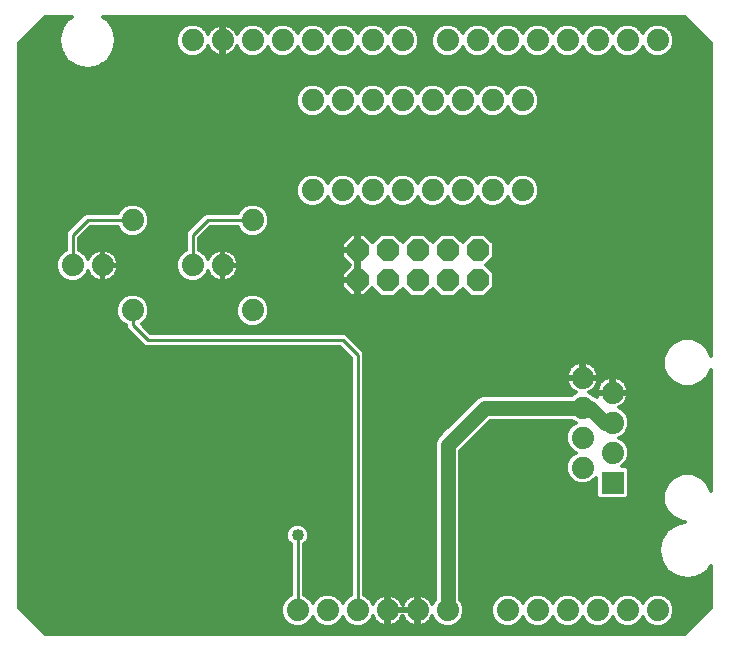
<source format=gbl>
G75*
G70*
%OFA0B0*%
%FSLAX24Y24*%
%IPPOS*%
%LPD*%
%AMOC8*
5,1,8,0,0,1.08239X$1,22.5*
%
%ADD10C,0.0740*%
%ADD11R,0.0740X0.0740*%
%ADD12OC8,0.0740*%
%ADD13C,0.0120*%
%ADD14C,0.0100*%
%ADD15C,0.0500*%
%ADD16C,0.0400*%
D10*
X015759Y001161D03*
X016759Y001161D03*
X017759Y001161D03*
X018759Y001161D03*
X019759Y001161D03*
X020759Y001161D03*
X022759Y001161D03*
X023759Y001161D03*
X024759Y001161D03*
X025759Y001161D03*
X026759Y001161D03*
X027759Y001161D03*
X025259Y005911D03*
X026259Y006411D03*
X025259Y006911D03*
X026259Y007411D03*
X025259Y007911D03*
X026259Y008411D03*
X025259Y008911D03*
X023259Y015161D03*
X022259Y015161D03*
X021259Y015161D03*
X020259Y015161D03*
X019259Y015161D03*
X018259Y015161D03*
X017259Y015161D03*
X016259Y015161D03*
X014259Y014161D03*
X013259Y012661D03*
X012259Y012661D03*
X014259Y011161D03*
X010259Y011161D03*
X009259Y012661D03*
X008259Y012661D03*
X010259Y014161D03*
X016259Y018161D03*
X017259Y018161D03*
X018259Y018161D03*
X019259Y018161D03*
X020259Y018161D03*
X021259Y018161D03*
X022259Y018161D03*
X023259Y018161D03*
X023759Y020161D03*
X024759Y020161D03*
X025759Y020161D03*
X026759Y020161D03*
X027759Y020161D03*
X022759Y020161D03*
X021759Y020161D03*
X020759Y020161D03*
X019259Y020161D03*
X018259Y020161D03*
X017259Y020161D03*
X016259Y020161D03*
X015259Y020161D03*
X014259Y020161D03*
X013259Y020161D03*
X012259Y020161D03*
D11*
X026259Y005411D03*
D12*
X021759Y012161D03*
X020759Y012161D03*
X019759Y012161D03*
X018759Y012161D03*
X017759Y012161D03*
X017759Y013161D03*
X018759Y013161D03*
X019759Y013161D03*
X020759Y013161D03*
X021759Y013161D03*
D13*
X006479Y020070D02*
X006479Y001252D01*
X007350Y000381D01*
X028668Y000381D01*
X029539Y001252D01*
X029539Y002643D01*
X029434Y002486D01*
X029434Y002486D01*
X029124Y002279D01*
X029124Y002279D01*
X028759Y002206D01*
X028759Y002206D01*
X028393Y002279D01*
X028393Y002279D01*
X028084Y002486D01*
X028084Y002486D01*
X028084Y002486D01*
X027877Y002796D01*
X027877Y002796D01*
X027804Y003161D01*
X027804Y003161D01*
X027877Y003527D01*
X027877Y003527D01*
X028084Y003836D01*
X028083Y003836D02*
X021189Y003836D01*
X021189Y003718D02*
X028004Y003718D01*
X028084Y003836D02*
X028084Y003837D01*
X028084Y003837D01*
X028393Y004044D01*
X028393Y004044D01*
X028684Y004101D01*
X028598Y004101D01*
X028300Y004225D01*
X028072Y004452D01*
X027949Y004750D01*
X027949Y005072D01*
X028072Y005370D01*
X028300Y005598D01*
X028598Y005721D01*
X028920Y005721D01*
X029218Y005598D01*
X029445Y005370D01*
X029539Y005144D01*
X029539Y009178D01*
X029445Y008952D01*
X029218Y008725D01*
X028920Y008601D01*
X028598Y008601D01*
X028300Y008725D01*
X028072Y008952D01*
X027949Y009250D01*
X027949Y009572D01*
X028072Y009870D01*
X028300Y010098D01*
X028598Y010221D01*
X028920Y010221D01*
X029218Y010098D01*
X029445Y009870D01*
X029539Y009644D01*
X029539Y020070D01*
X028668Y020941D01*
X009277Y020941D01*
X009434Y020837D01*
X009434Y020837D01*
X009434Y020836D01*
X009641Y020527D01*
X009641Y020527D01*
X009714Y020161D01*
X009641Y019796D01*
X009641Y019796D01*
X009434Y019486D01*
X009434Y019486D01*
X009124Y019279D01*
X009124Y019279D01*
X008759Y019206D01*
X008759Y019206D01*
X008393Y019279D01*
X008393Y019279D01*
X008084Y019486D01*
X008084Y019486D01*
X008084Y019486D01*
X007877Y019796D01*
X007804Y020161D01*
X007877Y020527D01*
X008084Y020836D01*
X008084Y020837D01*
X008240Y020941D01*
X007350Y020941D01*
X006479Y020070D01*
X006485Y020077D02*
X007821Y020077D01*
X007811Y020195D02*
X006604Y020195D01*
X006722Y020314D02*
X007834Y020314D01*
X007858Y020432D02*
X006841Y020432D01*
X006959Y020551D02*
X007893Y020551D01*
X007972Y020669D02*
X007078Y020669D01*
X007197Y020788D02*
X008051Y020788D01*
X008188Y020906D02*
X007315Y020906D01*
X007844Y019958D02*
X006479Y019958D01*
X006479Y019839D02*
X007868Y019839D01*
X007927Y019721D02*
X006479Y019721D01*
X006479Y019602D02*
X008006Y019602D01*
X008087Y019484D02*
X006479Y019484D01*
X006479Y019365D02*
X008264Y019365D01*
X008555Y019247D02*
X006479Y019247D01*
X006479Y019128D02*
X029539Y019128D01*
X029539Y019010D02*
X006479Y019010D01*
X006479Y018891D02*
X029539Y018891D01*
X029539Y018773D02*
X006479Y018773D01*
X006479Y018654D02*
X016011Y018654D01*
X015947Y018627D02*
X016149Y018711D01*
X016368Y018711D01*
X016570Y018627D01*
X016725Y018473D01*
X016759Y018391D01*
X016793Y018473D01*
X016947Y018627D01*
X017149Y018711D01*
X017368Y018711D01*
X017570Y018627D01*
X017725Y018473D01*
X017759Y018391D01*
X017793Y018473D01*
X017947Y018627D01*
X018149Y018711D01*
X018368Y018711D01*
X018570Y018627D01*
X018725Y018473D01*
X018759Y018391D01*
X018793Y018473D01*
X018947Y018627D01*
X019149Y018711D01*
X019368Y018711D01*
X019570Y018627D01*
X019725Y018473D01*
X019759Y018391D01*
X019793Y018473D01*
X019947Y018627D01*
X020149Y018711D01*
X020368Y018711D01*
X020570Y018627D01*
X020725Y018473D01*
X020759Y018391D01*
X020793Y018473D01*
X020947Y018627D01*
X021149Y018711D01*
X021368Y018711D01*
X021570Y018627D01*
X021725Y018473D01*
X021759Y018391D01*
X021793Y018473D01*
X021947Y018627D01*
X022149Y018711D01*
X022368Y018711D01*
X022570Y018627D01*
X022725Y018473D01*
X022759Y018391D01*
X022793Y018473D01*
X022947Y018627D01*
X023149Y018711D01*
X023368Y018711D01*
X023570Y018627D01*
X023725Y018473D01*
X023809Y018271D01*
X023809Y018052D01*
X023725Y017850D01*
X023570Y017695D01*
X023368Y017611D01*
X023149Y017611D01*
X022947Y017695D01*
X022793Y017850D01*
X022759Y017931D01*
X022725Y017850D01*
X022570Y017695D01*
X022368Y017611D01*
X022149Y017611D01*
X021947Y017695D01*
X021793Y017850D01*
X021759Y017931D01*
X021725Y017850D01*
X021570Y017695D01*
X021368Y017611D01*
X021149Y017611D01*
X020947Y017695D01*
X020793Y017850D01*
X020759Y017931D01*
X020725Y017850D01*
X020570Y017695D01*
X020368Y017611D01*
X020149Y017611D01*
X019947Y017695D01*
X019793Y017850D01*
X019759Y017931D01*
X019725Y017850D01*
X019570Y017695D01*
X019368Y017611D01*
X019149Y017611D01*
X018947Y017695D01*
X018793Y017850D01*
X018759Y017931D01*
X018725Y017850D01*
X018570Y017695D01*
X018368Y017611D01*
X018149Y017611D01*
X017947Y017695D01*
X017793Y017850D01*
X017759Y017931D01*
X017725Y017850D01*
X017570Y017695D01*
X017368Y017611D01*
X017149Y017611D01*
X016947Y017695D01*
X016793Y017850D01*
X016759Y017931D01*
X016725Y017850D01*
X016570Y017695D01*
X016368Y017611D01*
X016149Y017611D01*
X015947Y017695D01*
X015793Y017850D01*
X015709Y018052D01*
X015709Y018271D01*
X015793Y018473D01*
X015947Y018627D01*
X015855Y018535D02*
X006479Y018535D01*
X006479Y018417D02*
X015770Y018417D01*
X015720Y018298D02*
X006479Y018298D01*
X006479Y018180D02*
X015709Y018180D01*
X015709Y018061D02*
X006479Y018061D01*
X006479Y017943D02*
X015754Y017943D01*
X015818Y017824D02*
X006479Y017824D01*
X006479Y017706D02*
X015937Y017706D01*
X016581Y017706D02*
X016937Y017706D01*
X016818Y017824D02*
X016700Y017824D01*
X016748Y018417D02*
X016770Y018417D01*
X016855Y018535D02*
X016662Y018535D01*
X016506Y018654D02*
X017011Y018654D01*
X017506Y018654D02*
X018011Y018654D01*
X017855Y018535D02*
X017662Y018535D01*
X017748Y018417D02*
X017770Y018417D01*
X017818Y017824D02*
X017700Y017824D01*
X017581Y017706D02*
X017937Y017706D01*
X018581Y017706D02*
X018937Y017706D01*
X018818Y017824D02*
X018700Y017824D01*
X018748Y018417D02*
X018770Y018417D01*
X018855Y018535D02*
X018662Y018535D01*
X018506Y018654D02*
X019011Y018654D01*
X019506Y018654D02*
X020011Y018654D01*
X019855Y018535D02*
X019662Y018535D01*
X019748Y018417D02*
X019770Y018417D01*
X019818Y017824D02*
X019700Y017824D01*
X019581Y017706D02*
X019937Y017706D01*
X020581Y017706D02*
X020937Y017706D01*
X020818Y017824D02*
X020700Y017824D01*
X020748Y018417D02*
X020770Y018417D01*
X020855Y018535D02*
X020662Y018535D01*
X020506Y018654D02*
X021011Y018654D01*
X021506Y018654D02*
X022011Y018654D01*
X021855Y018535D02*
X021662Y018535D01*
X021748Y018417D02*
X021770Y018417D01*
X021818Y017824D02*
X021700Y017824D01*
X021581Y017706D02*
X021937Y017706D01*
X022581Y017706D02*
X022937Y017706D01*
X022818Y017824D02*
X022700Y017824D01*
X022748Y018417D02*
X022770Y018417D01*
X022855Y018535D02*
X022662Y018535D01*
X022506Y018654D02*
X023011Y018654D01*
X023506Y018654D02*
X029539Y018654D01*
X029539Y018535D02*
X023662Y018535D01*
X023748Y018417D02*
X029539Y018417D01*
X029539Y018298D02*
X023797Y018298D01*
X023809Y018180D02*
X029539Y018180D01*
X029539Y018061D02*
X023809Y018061D01*
X023764Y017943D02*
X029539Y017943D01*
X029539Y017824D02*
X023700Y017824D01*
X023581Y017706D02*
X029539Y017706D01*
X029539Y017587D02*
X006479Y017587D01*
X006479Y017469D02*
X029539Y017469D01*
X029539Y017350D02*
X006479Y017350D01*
X006479Y017231D02*
X029539Y017231D01*
X029539Y017113D02*
X006479Y017113D01*
X006479Y016994D02*
X029539Y016994D01*
X029539Y016876D02*
X006479Y016876D01*
X006479Y016757D02*
X029539Y016757D01*
X029539Y016639D02*
X006479Y016639D01*
X006479Y016520D02*
X029539Y016520D01*
X029539Y016402D02*
X006479Y016402D01*
X006479Y016283D02*
X029539Y016283D01*
X029539Y016165D02*
X006479Y016165D01*
X006479Y016046D02*
X029539Y016046D01*
X029539Y015928D02*
X006479Y015928D01*
X006479Y015809D02*
X029539Y015809D01*
X029539Y015690D02*
X023419Y015690D01*
X023368Y015711D02*
X023149Y015711D01*
X022947Y015627D01*
X022793Y015473D01*
X022759Y015391D01*
X022725Y015473D01*
X022570Y015627D01*
X022368Y015711D01*
X022149Y015711D01*
X021947Y015627D01*
X021793Y015473D01*
X021759Y015391D01*
X021725Y015473D01*
X021570Y015627D01*
X021368Y015711D01*
X021149Y015711D01*
X020947Y015627D01*
X020793Y015473D01*
X020759Y015391D01*
X020725Y015473D01*
X020570Y015627D01*
X020368Y015711D01*
X020149Y015711D01*
X019947Y015627D01*
X019793Y015473D01*
X019759Y015391D01*
X019725Y015473D01*
X019570Y015627D01*
X019368Y015711D01*
X019149Y015711D01*
X018947Y015627D01*
X018793Y015473D01*
X018759Y015391D01*
X018725Y015473D01*
X018570Y015627D01*
X018368Y015711D01*
X018149Y015711D01*
X017947Y015627D01*
X017793Y015473D01*
X017759Y015391D01*
X017725Y015473D01*
X017570Y015627D01*
X017368Y015711D01*
X017149Y015711D01*
X016947Y015627D01*
X016793Y015473D01*
X016759Y015391D01*
X016725Y015473D01*
X016570Y015627D01*
X016368Y015711D01*
X016149Y015711D01*
X015947Y015627D01*
X015793Y015473D01*
X015709Y015271D01*
X015709Y015052D01*
X015793Y014850D01*
X015947Y014695D01*
X016149Y014611D01*
X016368Y014611D01*
X016570Y014695D01*
X016725Y014850D01*
X016759Y014931D01*
X016793Y014850D01*
X016947Y014695D01*
X017149Y014611D01*
X017368Y014611D01*
X017570Y014695D01*
X017725Y014850D01*
X017759Y014931D01*
X017793Y014850D01*
X017947Y014695D01*
X018149Y014611D01*
X018368Y014611D01*
X018570Y014695D01*
X018725Y014850D01*
X018759Y014931D01*
X018793Y014850D01*
X018947Y014695D01*
X019149Y014611D01*
X019368Y014611D01*
X019570Y014695D01*
X019725Y014850D01*
X019759Y014931D01*
X019793Y014850D01*
X019947Y014695D01*
X020149Y014611D01*
X020368Y014611D01*
X020570Y014695D01*
X020725Y014850D01*
X020759Y014931D01*
X020793Y014850D01*
X020947Y014695D01*
X021149Y014611D01*
X021368Y014611D01*
X021570Y014695D01*
X021725Y014850D01*
X021759Y014931D01*
X021793Y014850D01*
X021947Y014695D01*
X022149Y014611D01*
X022368Y014611D01*
X022570Y014695D01*
X022725Y014850D01*
X022759Y014931D01*
X022793Y014850D01*
X022947Y014695D01*
X023149Y014611D01*
X023368Y014611D01*
X023570Y014695D01*
X023725Y014850D01*
X023809Y015052D01*
X023809Y015271D01*
X023725Y015473D01*
X023570Y015627D01*
X023368Y015711D01*
X023099Y015690D02*
X022419Y015690D01*
X022626Y015572D02*
X022892Y015572D01*
X022785Y015453D02*
X022733Y015453D01*
X022099Y015690D02*
X021419Y015690D01*
X021626Y015572D02*
X021892Y015572D01*
X021785Y015453D02*
X021733Y015453D01*
X021099Y015690D02*
X020419Y015690D01*
X020626Y015572D02*
X020892Y015572D01*
X020785Y015453D02*
X020733Y015453D01*
X020099Y015690D02*
X019419Y015690D01*
X019626Y015572D02*
X019892Y015572D01*
X019785Y015453D02*
X019733Y015453D01*
X019099Y015690D02*
X018419Y015690D01*
X018626Y015572D02*
X018892Y015572D01*
X018785Y015453D02*
X018733Y015453D01*
X018099Y015690D02*
X017419Y015690D01*
X017626Y015572D02*
X017892Y015572D01*
X017785Y015453D02*
X017733Y015453D01*
X017099Y015690D02*
X016419Y015690D01*
X016626Y015572D02*
X016892Y015572D01*
X016785Y015453D02*
X016733Y015453D01*
X016099Y015690D02*
X006479Y015690D01*
X006479Y015572D02*
X015892Y015572D01*
X015785Y015453D02*
X006479Y015453D01*
X006479Y015335D02*
X015735Y015335D01*
X015709Y015216D02*
X006479Y015216D01*
X006479Y015098D02*
X015709Y015098D01*
X015739Y014979D02*
X006479Y014979D01*
X006479Y014861D02*
X015788Y014861D01*
X015900Y014742D02*
X006479Y014742D01*
X006479Y014624D02*
X009943Y014624D01*
X009947Y014627D02*
X009793Y014473D01*
X009759Y014391D01*
X008664Y014391D01*
X008529Y014256D01*
X008029Y013756D01*
X008029Y013566D01*
X008029Y013161D01*
X007947Y013127D01*
X007793Y012973D01*
X007709Y012771D01*
X007709Y012552D01*
X007793Y012350D01*
X007947Y012195D01*
X008149Y012111D01*
X008368Y012111D01*
X008570Y012195D01*
X008725Y012350D01*
X008769Y012455D01*
X008806Y012383D01*
X008855Y012316D01*
X008914Y012257D01*
X008981Y012208D01*
X009055Y012170D01*
X009135Y012144D01*
X009217Y012131D01*
X009239Y012131D01*
X009239Y012641D01*
X009279Y012641D01*
X009279Y012131D01*
X009301Y012131D01*
X009383Y012144D01*
X009462Y012170D01*
X009537Y012208D01*
X009604Y012257D01*
X009663Y012316D01*
X009712Y012383D01*
X009750Y012458D01*
X009776Y012537D01*
X009789Y012620D01*
X009789Y012641D01*
X009279Y012641D01*
X009279Y012681D01*
X009789Y012681D01*
X009789Y012703D01*
X009776Y012785D01*
X009750Y012865D01*
X009712Y012939D01*
X009663Y013006D01*
X009604Y013065D01*
X009537Y013115D01*
X009462Y013152D01*
X009383Y013178D01*
X009301Y013191D01*
X009279Y013191D01*
X009279Y012681D01*
X009239Y012681D01*
X009239Y013191D01*
X009217Y013191D01*
X009135Y013178D01*
X009055Y013152D01*
X008981Y013115D01*
X008914Y013065D01*
X008855Y013006D01*
X008806Y012939D01*
X008769Y012867D01*
X008725Y012973D01*
X008570Y013127D01*
X008489Y013161D01*
X008489Y013566D01*
X008854Y013931D01*
X009759Y013931D01*
X009793Y013850D01*
X009947Y013695D01*
X010149Y013611D01*
X010368Y013611D01*
X010570Y013695D01*
X010725Y013850D01*
X010809Y014052D01*
X010809Y014271D01*
X010725Y014473D01*
X010570Y014627D01*
X010368Y014711D01*
X010149Y014711D01*
X009947Y014627D01*
X009825Y014505D02*
X006479Y014505D01*
X006479Y014386D02*
X008659Y014386D01*
X008540Y014268D02*
X006479Y014268D01*
X006479Y014149D02*
X008422Y014149D01*
X008303Y014031D02*
X006479Y014031D01*
X006479Y013912D02*
X008185Y013912D01*
X008066Y013794D02*
X006479Y013794D01*
X006479Y013675D02*
X008029Y013675D01*
X008029Y013557D02*
X006479Y013557D01*
X006479Y013438D02*
X008029Y013438D01*
X008029Y013320D02*
X006479Y013320D01*
X006479Y013201D02*
X008029Y013201D01*
X007902Y013082D02*
X006479Y013082D01*
X006479Y012964D02*
X007789Y012964D01*
X007740Y012845D02*
X006479Y012845D01*
X006479Y012727D02*
X007709Y012727D01*
X007709Y012608D02*
X006479Y012608D01*
X006479Y012490D02*
X007735Y012490D01*
X007784Y012371D02*
X006479Y012371D01*
X006479Y012253D02*
X007890Y012253D01*
X008094Y012134D02*
X006479Y012134D01*
X006479Y012016D02*
X017229Y012016D01*
X017229Y011942D02*
X017539Y011631D01*
X017719Y011631D01*
X017719Y012121D01*
X017799Y012121D01*
X017799Y011631D01*
X017978Y011631D01*
X018245Y011898D01*
X018531Y011611D01*
X018987Y011611D01*
X019259Y011883D01*
X019531Y011611D01*
X019987Y011611D01*
X020259Y011883D01*
X020531Y011611D01*
X020987Y011611D01*
X021259Y011883D01*
X021531Y011611D01*
X021987Y011611D01*
X022309Y011933D01*
X022309Y012389D01*
X022037Y012661D01*
X022309Y012933D01*
X022309Y013389D01*
X021987Y013711D01*
X021531Y013711D01*
X021259Y013439D01*
X020987Y013711D01*
X020531Y013711D01*
X020259Y013439D01*
X019987Y013711D01*
X019531Y013711D01*
X019259Y013439D01*
X018987Y013711D01*
X018531Y013711D01*
X018245Y013425D01*
X017978Y013691D01*
X017799Y013691D01*
X017799Y013201D01*
X017719Y013201D01*
X012489Y013201D01*
X012489Y013161D02*
X012489Y013566D01*
X012854Y013931D01*
X013759Y013931D01*
X013793Y013850D01*
X013947Y013695D01*
X014149Y013611D01*
X014368Y013611D01*
X014570Y013695D01*
X014725Y013850D01*
X014809Y014052D01*
X014809Y014271D01*
X014725Y014473D01*
X014570Y014627D01*
X014368Y014711D01*
X014149Y014711D01*
X013947Y014627D01*
X013793Y014473D01*
X013759Y014391D01*
X012664Y014391D01*
X012529Y014256D01*
X012029Y013756D01*
X012029Y013566D01*
X012029Y013161D01*
X011947Y013127D01*
X011793Y012973D01*
X011709Y012771D01*
X011709Y012552D01*
X011793Y012350D01*
X011947Y012195D01*
X012149Y012111D01*
X012368Y012111D01*
X012570Y012195D01*
X012725Y012350D01*
X012769Y012455D01*
X012806Y012383D01*
X012855Y012316D01*
X012914Y012257D01*
X012981Y012208D01*
X013055Y012170D01*
X013135Y012144D01*
X013217Y012131D01*
X013239Y012131D01*
X013239Y012641D01*
X013279Y012641D01*
X013279Y012131D01*
X013301Y012131D01*
X013383Y012144D01*
X013462Y012170D01*
X013537Y012208D01*
X013604Y012257D01*
X013663Y012316D01*
X013712Y012383D01*
X013750Y012458D01*
X013776Y012537D01*
X013789Y012620D01*
X013789Y012641D01*
X013279Y012641D01*
X013279Y012681D01*
X013789Y012681D01*
X013789Y012703D01*
X013776Y012785D01*
X013750Y012865D01*
X013712Y012939D01*
X013663Y013006D01*
X013604Y013065D01*
X013537Y013115D01*
X013462Y013152D01*
X013383Y013178D01*
X013301Y013191D01*
X013279Y013191D01*
X013279Y012681D01*
X013239Y012681D01*
X013239Y013191D01*
X013217Y013191D01*
X013135Y013178D01*
X013055Y013152D01*
X012981Y013115D01*
X012914Y013065D01*
X012855Y013006D01*
X012806Y012939D01*
X012769Y012867D01*
X012725Y012973D01*
X012570Y013127D01*
X012489Y013161D01*
X012615Y013082D02*
X012937Y013082D01*
X012824Y012964D02*
X012729Y012964D01*
X013239Y012964D02*
X013279Y012964D01*
X013279Y013082D02*
X013239Y013082D01*
X013239Y012845D02*
X013279Y012845D01*
X013279Y012727D02*
X013239Y012727D01*
X013239Y012608D02*
X013279Y012608D01*
X013279Y012490D02*
X013239Y012490D01*
X013239Y012371D02*
X013279Y012371D01*
X013279Y012253D02*
X013239Y012253D01*
X013239Y012134D02*
X013279Y012134D01*
X013319Y012134D02*
X017719Y012134D01*
X017719Y012121D02*
X017229Y012121D01*
X017229Y011942D01*
X017274Y011897D02*
X006479Y011897D01*
X006479Y011779D02*
X017392Y011779D01*
X017511Y011660D02*
X014492Y011660D01*
X014570Y011627D02*
X014368Y011711D01*
X014149Y011711D01*
X013947Y011627D01*
X013793Y011473D01*
X013709Y011271D01*
X013709Y011052D01*
X013793Y010850D01*
X013947Y010695D01*
X014149Y010611D01*
X014368Y010611D01*
X014570Y010695D01*
X014725Y010850D01*
X014809Y011052D01*
X014809Y011271D01*
X014725Y011473D01*
X014570Y011627D01*
X014656Y011541D02*
X029539Y011541D01*
X029539Y011423D02*
X014746Y011423D01*
X014795Y011304D02*
X029539Y011304D01*
X029539Y011186D02*
X014809Y011186D01*
X014809Y011067D02*
X029539Y011067D01*
X029539Y010949D02*
X014766Y010949D01*
X014706Y010830D02*
X029539Y010830D01*
X029539Y010712D02*
X014587Y010712D01*
X013931Y010712D02*
X010587Y010712D01*
X010570Y010695D02*
X010725Y010850D01*
X010809Y011052D01*
X010809Y011271D01*
X010725Y011473D01*
X010570Y011627D01*
X010368Y011711D01*
X010149Y011711D01*
X009947Y011627D01*
X009793Y011473D01*
X009709Y011271D01*
X009709Y011052D01*
X009793Y010850D01*
X009947Y010695D01*
X010029Y010661D01*
X010029Y010566D01*
X010164Y010431D01*
X010664Y009931D01*
X010854Y009931D01*
X017164Y009931D01*
X017529Y009566D01*
X017529Y001661D01*
X017447Y001627D01*
X017293Y001473D01*
X017259Y001391D01*
X017225Y001473D01*
X017070Y001627D01*
X016868Y001711D01*
X016649Y001711D01*
X016447Y001627D01*
X016293Y001473D01*
X016259Y001391D01*
X016225Y001473D01*
X016070Y001627D01*
X015989Y001661D01*
X015989Y003354D01*
X016081Y003446D01*
X016139Y003586D01*
X016139Y003737D01*
X016081Y003876D01*
X015974Y003983D01*
X015834Y004041D01*
X015683Y004041D01*
X015544Y003983D01*
X015437Y003876D01*
X015379Y003737D01*
X015379Y003586D01*
X015437Y003446D01*
X015529Y003354D01*
X015529Y001661D01*
X015447Y001627D01*
X015293Y001473D01*
X015209Y001271D01*
X015209Y001052D01*
X015293Y000850D01*
X015447Y000695D01*
X015649Y000611D01*
X015868Y000611D01*
X016070Y000695D01*
X016225Y000850D01*
X016259Y000931D01*
X016293Y000850D01*
X016447Y000695D01*
X016649Y000611D01*
X016868Y000611D01*
X017070Y000695D01*
X017225Y000850D01*
X017259Y000931D01*
X017293Y000850D01*
X017447Y000695D01*
X017649Y000611D01*
X017868Y000611D01*
X018070Y000695D01*
X018225Y000850D01*
X018269Y000955D01*
X018306Y000883D01*
X018355Y000816D01*
X018414Y000757D01*
X018481Y000708D01*
X018555Y000670D01*
X018635Y000644D01*
X018717Y000631D01*
X018719Y000631D01*
X018719Y001121D01*
X018799Y001121D01*
X018799Y000631D01*
X018801Y000631D01*
X018883Y000644D01*
X018962Y000670D01*
X019037Y000708D01*
X019104Y000757D01*
X019163Y000816D01*
X019212Y000883D01*
X019250Y000958D01*
X019259Y000985D01*
X019268Y000958D01*
X019306Y000883D01*
X019355Y000816D01*
X019414Y000757D01*
X019481Y000708D01*
X019555Y000670D01*
X019635Y000644D01*
X019717Y000631D01*
X019719Y000631D01*
X019719Y001121D01*
X019799Y001121D01*
X019799Y000631D01*
X019801Y000631D01*
X019883Y000644D01*
X019962Y000670D01*
X020037Y000708D01*
X020104Y000757D01*
X020163Y000816D01*
X020212Y000883D01*
X020249Y000955D01*
X020293Y000850D01*
X020447Y000695D01*
X020649Y000611D01*
X020868Y000611D01*
X021070Y000695D01*
X021225Y000850D01*
X021309Y001052D01*
X021309Y001271D01*
X021225Y001473D01*
X021189Y001509D01*
X021189Y006483D01*
X022187Y007481D01*
X024911Y007481D01*
X024947Y007445D01*
X025029Y007411D01*
X024947Y007377D01*
X024793Y007223D01*
X024709Y007021D01*
X024709Y006802D01*
X024793Y006600D01*
X024947Y006445D01*
X025029Y006411D01*
X024947Y006377D01*
X024793Y006223D01*
X024709Y006021D01*
X024709Y005802D01*
X024793Y005600D01*
X024947Y005445D01*
X025149Y005361D01*
X025368Y005361D01*
X025570Y005445D01*
X025709Y005584D01*
X025709Y004967D01*
X025814Y004861D01*
X026703Y004861D01*
X026809Y004967D01*
X026809Y005856D01*
X026703Y005961D01*
X026587Y005961D01*
X026725Y006100D01*
X026809Y006302D01*
X026809Y006521D01*
X026725Y006723D01*
X026570Y006877D01*
X026489Y006911D01*
X026570Y006945D01*
X026725Y007100D01*
X026809Y007302D01*
X026809Y007521D01*
X026725Y007723D01*
X026570Y007877D01*
X026465Y007921D01*
X026537Y007958D01*
X026604Y008007D01*
X026663Y008066D01*
X026712Y008133D01*
X026750Y008208D01*
X026776Y008287D01*
X026789Y008370D01*
X026789Y008373D01*
X026298Y008373D01*
X026298Y008450D01*
X026789Y008450D01*
X026789Y008453D01*
X026776Y008535D01*
X026750Y008615D01*
X026712Y008689D01*
X026663Y008756D01*
X026604Y008815D01*
X026537Y008865D01*
X026462Y008902D01*
X026383Y008928D01*
X026301Y008941D01*
X026297Y008941D01*
X026297Y008450D01*
X026220Y008450D01*
X026220Y008373D01*
X025729Y008373D01*
X025729Y008370D01*
X025742Y008287D01*
X025745Y008279D01*
X025615Y008333D01*
X025570Y008377D01*
X025465Y008421D01*
X025537Y008458D01*
X025604Y008507D01*
X025663Y008566D01*
X025712Y008633D01*
X025750Y008708D01*
X025776Y008787D01*
X025789Y008870D01*
X025789Y008873D01*
X025298Y008873D01*
X025298Y008950D01*
X025789Y008950D01*
X025789Y008953D01*
X025776Y009035D01*
X025750Y009115D01*
X025712Y009189D01*
X025663Y009256D01*
X025604Y009315D01*
X025537Y009365D01*
X025462Y009402D01*
X025383Y009428D01*
X025301Y009441D01*
X025297Y009441D01*
X025297Y008950D01*
X025220Y008950D01*
X025220Y008873D01*
X024729Y008873D01*
X024729Y008870D01*
X024742Y008787D01*
X024768Y008708D01*
X024806Y008633D01*
X024855Y008566D01*
X024914Y008507D01*
X024981Y008458D01*
X025053Y008421D01*
X024947Y008377D01*
X024911Y008341D01*
X022094Y008341D01*
X021923Y008341D01*
X021765Y008276D01*
X020515Y007026D01*
X020394Y006905D01*
X020329Y006747D01*
X020329Y001509D01*
X020293Y001473D01*
X020249Y001367D01*
X020212Y001439D01*
X020163Y001506D01*
X020104Y001565D01*
X020037Y001615D01*
X019962Y001652D01*
X019883Y001678D01*
X019801Y001691D01*
X019799Y001691D01*
X019799Y001201D01*
X019719Y001201D01*
X019719Y001121D01*
X019229Y001121D01*
X018799Y001121D01*
X018799Y001201D01*
X019229Y001201D01*
X019719Y001201D01*
X019719Y001691D01*
X019717Y001691D01*
X019635Y001678D01*
X019555Y001652D01*
X019481Y001615D01*
X019414Y001565D01*
X019355Y001506D01*
X019306Y001439D01*
X019268Y001365D01*
X019259Y001337D01*
X019250Y001365D01*
X019212Y001439D01*
X019163Y001506D01*
X019104Y001565D01*
X019037Y001615D01*
X018962Y001652D01*
X018883Y001678D01*
X018801Y001691D01*
X018799Y001691D01*
X018799Y001201D01*
X018719Y001201D01*
X018719Y001691D01*
X018717Y001691D01*
X018635Y001678D01*
X018555Y001652D01*
X018481Y001615D01*
X018414Y001565D01*
X018355Y001506D01*
X018306Y001439D01*
X018269Y001367D01*
X018225Y001473D01*
X018070Y001627D01*
X017989Y001661D01*
X017989Y009566D01*
X017989Y009756D01*
X017489Y010256D01*
X017354Y010391D01*
X010854Y010391D01*
X010556Y010689D01*
X010570Y010695D01*
X010652Y010593D02*
X029539Y010593D01*
X029539Y010475D02*
X010771Y010475D01*
X010706Y010830D02*
X013812Y010830D01*
X013752Y010949D02*
X010766Y010949D01*
X010809Y011067D02*
X013709Y011067D01*
X013709Y011186D02*
X010809Y011186D01*
X010795Y011304D02*
X013723Y011304D01*
X013772Y011423D02*
X010746Y011423D01*
X010656Y011541D02*
X013861Y011541D01*
X014026Y011660D02*
X010492Y011660D01*
X010026Y011660D02*
X006479Y011660D01*
X006479Y011541D02*
X009861Y011541D01*
X009772Y011423D02*
X006479Y011423D01*
X006479Y011304D02*
X009723Y011304D01*
X009709Y011186D02*
X006479Y011186D01*
X006479Y011067D02*
X009709Y011067D01*
X009752Y010949D02*
X006479Y010949D01*
X006479Y010830D02*
X009812Y010830D01*
X009931Y010712D02*
X006479Y010712D01*
X006479Y010593D02*
X010029Y010593D01*
X010120Y010475D02*
X006479Y010475D01*
X006479Y010356D02*
X010239Y010356D01*
X010357Y010237D02*
X006479Y010237D01*
X006479Y010119D02*
X010476Y010119D01*
X010595Y010000D02*
X006479Y010000D01*
X006479Y009882D02*
X017213Y009882D01*
X017332Y009763D02*
X006479Y009763D01*
X006479Y009645D02*
X017450Y009645D01*
X017529Y009526D02*
X006479Y009526D01*
X006479Y009408D02*
X017529Y009408D01*
X017529Y009289D02*
X006479Y009289D01*
X006479Y009171D02*
X017529Y009171D01*
X017529Y009052D02*
X006479Y009052D01*
X006479Y008933D02*
X017529Y008933D01*
X017529Y008815D02*
X006479Y008815D01*
X006479Y008696D02*
X017529Y008696D01*
X017529Y008578D02*
X006479Y008578D01*
X006479Y008459D02*
X017529Y008459D01*
X017529Y008341D02*
X006479Y008341D01*
X006479Y008222D02*
X017529Y008222D01*
X017529Y008104D02*
X006479Y008104D01*
X006479Y007985D02*
X017529Y007985D01*
X017529Y007867D02*
X006479Y007867D01*
X006479Y007748D02*
X017529Y007748D01*
X017529Y007629D02*
X006479Y007629D01*
X006479Y007511D02*
X017529Y007511D01*
X017529Y007392D02*
X006479Y007392D01*
X006479Y007274D02*
X017529Y007274D01*
X017529Y007155D02*
X006479Y007155D01*
X006479Y007037D02*
X017529Y007037D01*
X017529Y006918D02*
X006479Y006918D01*
X006479Y006800D02*
X017529Y006800D01*
X017529Y006681D02*
X006479Y006681D01*
X006479Y006563D02*
X017529Y006563D01*
X017529Y006444D02*
X006479Y006444D01*
X006479Y006326D02*
X017529Y006326D01*
X017529Y006207D02*
X006479Y006207D01*
X006479Y006088D02*
X017529Y006088D01*
X017529Y005970D02*
X006479Y005970D01*
X006479Y005851D02*
X017529Y005851D01*
X017529Y005733D02*
X006479Y005733D01*
X006479Y005614D02*
X017529Y005614D01*
X017529Y005496D02*
X006479Y005496D01*
X006479Y005377D02*
X017529Y005377D01*
X017529Y005259D02*
X006479Y005259D01*
X006479Y005140D02*
X017529Y005140D01*
X017529Y005022D02*
X006479Y005022D01*
X006479Y004903D02*
X017529Y004903D01*
X017529Y004784D02*
X006479Y004784D01*
X006479Y004666D02*
X017529Y004666D01*
X017529Y004547D02*
X006479Y004547D01*
X006479Y004429D02*
X017529Y004429D01*
X017529Y004310D02*
X006479Y004310D01*
X006479Y004192D02*
X017529Y004192D01*
X017529Y004073D02*
X006479Y004073D01*
X006479Y003955D02*
X015515Y003955D01*
X015420Y003836D02*
X006479Y003836D01*
X006479Y003718D02*
X015379Y003718D01*
X015379Y003599D02*
X006479Y003599D01*
X006479Y003480D02*
X015422Y003480D01*
X015521Y003362D02*
X006479Y003362D01*
X006479Y003243D02*
X015529Y003243D01*
X015529Y003125D02*
X006479Y003125D01*
X006479Y003006D02*
X015529Y003006D01*
X015529Y002888D02*
X006479Y002888D01*
X006479Y002769D02*
X015529Y002769D01*
X015529Y002651D02*
X006479Y002651D01*
X006479Y002532D02*
X015529Y002532D01*
X015529Y002414D02*
X006479Y002414D01*
X006479Y002295D02*
X015529Y002295D01*
X015529Y002176D02*
X006479Y002176D01*
X006479Y002058D02*
X015529Y002058D01*
X015529Y001939D02*
X006479Y001939D01*
X006479Y001821D02*
X015529Y001821D01*
X015529Y001702D02*
X006479Y001702D01*
X006479Y001584D02*
X015404Y001584D01*
X015290Y001465D02*
X006479Y001465D01*
X006479Y001347D02*
X015240Y001347D01*
X015209Y001228D02*
X006503Y001228D01*
X006622Y001110D02*
X015209Y001110D01*
X015234Y000991D02*
X006740Y000991D01*
X006859Y000873D02*
X015283Y000873D01*
X015388Y000754D02*
X006977Y000754D01*
X007096Y000635D02*
X015591Y000635D01*
X015927Y000635D02*
X016591Y000635D01*
X016388Y000754D02*
X016129Y000754D01*
X016235Y000873D02*
X016283Y000873D01*
X016290Y001465D02*
X016228Y001465D01*
X016114Y001584D02*
X016404Y001584D01*
X016628Y001702D02*
X015989Y001702D01*
X015989Y001821D02*
X017529Y001821D01*
X017529Y001939D02*
X015989Y001939D01*
X015989Y002058D02*
X017529Y002058D01*
X017529Y002176D02*
X015989Y002176D01*
X015989Y002295D02*
X017529Y002295D01*
X017529Y002414D02*
X015989Y002414D01*
X015989Y002532D02*
X017529Y002532D01*
X017529Y002651D02*
X015989Y002651D01*
X015989Y002769D02*
X017529Y002769D01*
X017529Y002888D02*
X015989Y002888D01*
X015989Y003006D02*
X017529Y003006D01*
X017529Y003125D02*
X015989Y003125D01*
X015989Y003243D02*
X017529Y003243D01*
X017529Y003362D02*
X015997Y003362D01*
X016095Y003480D02*
X017529Y003480D01*
X017529Y003599D02*
X016139Y003599D01*
X016139Y003718D02*
X017529Y003718D01*
X017529Y003836D02*
X016098Y003836D01*
X016003Y003955D02*
X017529Y003955D01*
X017989Y003955D02*
X020329Y003955D01*
X020329Y004073D02*
X017989Y004073D01*
X017989Y004192D02*
X020329Y004192D01*
X020329Y004310D02*
X017989Y004310D01*
X017989Y004429D02*
X020329Y004429D01*
X020329Y004547D02*
X017989Y004547D01*
X017989Y004666D02*
X020329Y004666D01*
X020329Y004784D02*
X017989Y004784D01*
X017989Y004903D02*
X020329Y004903D01*
X020329Y005022D02*
X017989Y005022D01*
X017989Y005140D02*
X020329Y005140D01*
X020329Y005259D02*
X017989Y005259D01*
X017989Y005377D02*
X020329Y005377D01*
X020329Y005496D02*
X017989Y005496D01*
X017989Y005614D02*
X020329Y005614D01*
X020329Y005733D02*
X017989Y005733D01*
X017989Y005851D02*
X020329Y005851D01*
X020329Y005970D02*
X017989Y005970D01*
X017989Y006088D02*
X020329Y006088D01*
X020329Y006207D02*
X017989Y006207D01*
X017989Y006326D02*
X020329Y006326D01*
X020329Y006444D02*
X017989Y006444D01*
X017989Y006563D02*
X020329Y006563D01*
X020329Y006681D02*
X017989Y006681D01*
X017989Y006800D02*
X020351Y006800D01*
X020408Y006918D02*
X017989Y006918D01*
X017989Y007037D02*
X020526Y007037D01*
X020645Y007155D02*
X017989Y007155D01*
X017989Y007274D02*
X020763Y007274D01*
X020882Y007392D02*
X017989Y007392D01*
X017989Y007511D02*
X021001Y007511D01*
X021119Y007629D02*
X017989Y007629D01*
X017989Y007748D02*
X021238Y007748D01*
X021356Y007867D02*
X017989Y007867D01*
X017989Y007985D02*
X021475Y007985D01*
X021593Y008104D02*
X017989Y008104D01*
X017989Y008222D02*
X021712Y008222D01*
X021922Y008341D02*
X017989Y008341D01*
X017989Y008459D02*
X024979Y008459D01*
X024846Y008578D02*
X017989Y008578D01*
X017989Y008696D02*
X024774Y008696D01*
X024738Y008815D02*
X017989Y008815D01*
X017989Y008933D02*
X025220Y008933D01*
X025220Y008950D02*
X024729Y008950D01*
X024729Y008953D01*
X024742Y009035D01*
X024768Y009115D01*
X024806Y009189D01*
X024855Y009256D01*
X024914Y009315D01*
X024981Y009365D01*
X025055Y009402D01*
X025135Y009428D01*
X025217Y009441D01*
X025220Y009441D01*
X025220Y008950D01*
X025298Y008933D02*
X026168Y008933D01*
X026135Y008928D02*
X026055Y008902D01*
X025981Y008865D01*
X025914Y008815D01*
X025855Y008756D01*
X025806Y008689D01*
X025768Y008615D01*
X025742Y008535D01*
X025729Y008453D01*
X025729Y008450D01*
X026220Y008450D01*
X026220Y008941D01*
X026217Y008941D01*
X026135Y008928D01*
X026220Y008933D02*
X026297Y008933D01*
X026350Y008933D02*
X028091Y008933D01*
X028031Y009052D02*
X025770Y009052D01*
X025722Y009171D02*
X027982Y009171D01*
X027949Y009289D02*
X025631Y009289D01*
X025446Y009408D02*
X027949Y009408D01*
X027949Y009526D02*
X017989Y009526D01*
X017989Y009408D02*
X025072Y009408D01*
X025220Y009408D02*
X025297Y009408D01*
X025297Y009289D02*
X025220Y009289D01*
X025220Y009171D02*
X025297Y009171D01*
X025297Y009052D02*
X025220Y009052D01*
X024887Y009289D02*
X017989Y009289D01*
X017989Y009171D02*
X024796Y009171D01*
X024747Y009052D02*
X017989Y009052D01*
X017989Y009645D02*
X027979Y009645D01*
X028028Y009763D02*
X017982Y009763D01*
X017864Y009882D02*
X028084Y009882D01*
X028203Y010000D02*
X017745Y010000D01*
X017626Y010119D02*
X028351Y010119D01*
X029167Y010119D02*
X029539Y010119D01*
X029539Y010237D02*
X017508Y010237D01*
X017389Y010356D02*
X029539Y010356D01*
X029539Y010000D02*
X029315Y010000D01*
X029434Y009882D02*
X029539Y009882D01*
X029539Y009763D02*
X029490Y009763D01*
X029539Y009645D02*
X029539Y009645D01*
X029536Y009171D02*
X029539Y009171D01*
X029539Y009052D02*
X029487Y009052D01*
X029539Y008933D02*
X029426Y008933D01*
X029539Y008815D02*
X029308Y008815D01*
X029149Y008696D02*
X029539Y008696D01*
X029539Y008578D02*
X026762Y008578D01*
X026788Y008459D02*
X029539Y008459D01*
X029539Y008341D02*
X026784Y008341D01*
X026755Y008222D02*
X029539Y008222D01*
X029539Y008104D02*
X026690Y008104D01*
X026574Y007985D02*
X029539Y007985D01*
X029539Y007867D02*
X026581Y007867D01*
X026700Y007748D02*
X029539Y007748D01*
X029539Y007629D02*
X026764Y007629D01*
X026809Y007511D02*
X029539Y007511D01*
X029539Y007392D02*
X026809Y007392D01*
X026797Y007274D02*
X029539Y007274D01*
X029539Y007155D02*
X026748Y007155D01*
X026662Y007037D02*
X029539Y007037D01*
X029539Y006918D02*
X026506Y006918D01*
X026648Y006800D02*
X029539Y006800D01*
X029539Y006681D02*
X026742Y006681D01*
X026791Y006563D02*
X029539Y006563D01*
X029539Y006444D02*
X026809Y006444D01*
X026809Y006326D02*
X029539Y006326D01*
X029539Y006207D02*
X026770Y006207D01*
X026714Y006088D02*
X029539Y006088D01*
X029539Y005970D02*
X026595Y005970D01*
X026809Y005851D02*
X029539Y005851D01*
X029539Y005733D02*
X026809Y005733D01*
X026809Y005614D02*
X028340Y005614D01*
X028198Y005496D02*
X026809Y005496D01*
X026809Y005377D02*
X028079Y005377D01*
X028026Y005259D02*
X026809Y005259D01*
X026809Y005140D02*
X027977Y005140D01*
X027949Y005022D02*
X026809Y005022D01*
X026745Y004903D02*
X027949Y004903D01*
X027949Y004784D02*
X021189Y004784D01*
X021189Y004666D02*
X027984Y004666D01*
X028033Y004547D02*
X021189Y004547D01*
X021189Y004429D02*
X028096Y004429D01*
X028214Y004310D02*
X021189Y004310D01*
X021189Y004192D02*
X028380Y004192D01*
X028543Y004073D02*
X021189Y004073D01*
X021189Y003955D02*
X028260Y003955D01*
X027925Y003599D02*
X021189Y003599D01*
X021189Y003480D02*
X027867Y003480D01*
X027844Y003362D02*
X021189Y003362D01*
X021189Y003243D02*
X027820Y003243D01*
X027811Y003125D02*
X021189Y003125D01*
X021189Y003006D02*
X027835Y003006D01*
X027858Y002888D02*
X021189Y002888D01*
X021189Y002769D02*
X027894Y002769D01*
X027974Y002651D02*
X021189Y002651D01*
X021189Y002532D02*
X028053Y002532D01*
X028192Y002414D02*
X021189Y002414D01*
X021189Y002295D02*
X028369Y002295D01*
X029148Y002295D02*
X029539Y002295D01*
X029539Y002176D02*
X021189Y002176D01*
X021189Y002058D02*
X029539Y002058D01*
X029539Y001939D02*
X021189Y001939D01*
X021189Y001821D02*
X029539Y001821D01*
X029539Y001702D02*
X027890Y001702D01*
X027868Y001711D02*
X027649Y001711D01*
X027447Y001627D01*
X027293Y001473D01*
X027259Y001391D01*
X027225Y001473D01*
X027070Y001627D01*
X026868Y001711D01*
X026649Y001711D01*
X026447Y001627D01*
X026293Y001473D01*
X026259Y001391D01*
X026225Y001473D01*
X026070Y001627D01*
X025868Y001711D01*
X025649Y001711D01*
X025447Y001627D01*
X025293Y001473D01*
X025259Y001391D01*
X025225Y001473D01*
X025070Y001627D01*
X024868Y001711D01*
X024649Y001711D01*
X024447Y001627D01*
X024293Y001473D01*
X024259Y001391D01*
X024225Y001473D01*
X024070Y001627D01*
X023868Y001711D01*
X023649Y001711D01*
X023447Y001627D01*
X023293Y001473D01*
X023259Y001391D01*
X023225Y001473D01*
X023070Y001627D01*
X022868Y001711D01*
X022649Y001711D01*
X022447Y001627D01*
X022293Y001473D01*
X022209Y001271D01*
X022209Y001052D01*
X022293Y000850D01*
X022447Y000695D01*
X022649Y000611D01*
X022868Y000611D01*
X023070Y000695D01*
X023225Y000850D01*
X023259Y000931D01*
X023293Y000850D01*
X023447Y000695D01*
X023649Y000611D01*
X023868Y000611D01*
X024070Y000695D01*
X024225Y000850D01*
X024259Y000931D01*
X024293Y000850D01*
X024447Y000695D01*
X024649Y000611D01*
X024868Y000611D01*
X025070Y000695D01*
X025225Y000850D01*
X025259Y000931D01*
X025293Y000850D01*
X025447Y000695D01*
X025649Y000611D01*
X025868Y000611D01*
X026070Y000695D01*
X026225Y000850D01*
X026259Y000931D01*
X026293Y000850D01*
X026447Y000695D01*
X026649Y000611D01*
X026868Y000611D01*
X027070Y000695D01*
X027225Y000850D01*
X027259Y000931D01*
X027293Y000850D01*
X027447Y000695D01*
X027649Y000611D01*
X027868Y000611D01*
X028070Y000695D01*
X028225Y000850D01*
X028309Y001052D01*
X028309Y001271D01*
X028225Y001473D01*
X028070Y001627D01*
X027868Y001711D01*
X027628Y001702D02*
X026890Y001702D01*
X027114Y001584D02*
X027404Y001584D01*
X027290Y001465D02*
X027228Y001465D01*
X027235Y000873D02*
X027283Y000873D01*
X027388Y000754D02*
X027129Y000754D01*
X026927Y000635D02*
X027591Y000635D01*
X027927Y000635D02*
X028922Y000635D01*
X028803Y000517D02*
X007214Y000517D01*
X007333Y000398D02*
X028685Y000398D01*
X029041Y000754D02*
X028129Y000754D01*
X028235Y000873D02*
X029159Y000873D01*
X029278Y000991D02*
X028284Y000991D01*
X028309Y001110D02*
X029396Y001110D01*
X029515Y001228D02*
X028309Y001228D01*
X028277Y001347D02*
X029539Y001347D01*
X029539Y001465D02*
X028228Y001465D01*
X028114Y001584D02*
X029539Y001584D01*
X029539Y002414D02*
X029326Y002414D01*
X029434Y002486D02*
X029434Y002486D01*
X029465Y002532D02*
X029539Y002532D01*
X026628Y001702D02*
X025890Y001702D01*
X026114Y001584D02*
X026404Y001584D01*
X026290Y001465D02*
X026228Y001465D01*
X026235Y000873D02*
X026283Y000873D01*
X026388Y000754D02*
X026129Y000754D01*
X025927Y000635D02*
X026591Y000635D01*
X025591Y000635D02*
X024927Y000635D01*
X025129Y000754D02*
X025388Y000754D01*
X025283Y000873D02*
X025235Y000873D01*
X025228Y001465D02*
X025290Y001465D01*
X025404Y001584D02*
X025114Y001584D01*
X024890Y001702D02*
X025628Y001702D01*
X024628Y001702D02*
X023890Y001702D01*
X024114Y001584D02*
X024404Y001584D01*
X024290Y001465D02*
X024228Y001465D01*
X024235Y000873D02*
X024283Y000873D01*
X024388Y000754D02*
X024129Y000754D01*
X023927Y000635D02*
X024591Y000635D01*
X023591Y000635D02*
X022927Y000635D01*
X023129Y000754D02*
X023388Y000754D01*
X023283Y000873D02*
X023235Y000873D01*
X023228Y001465D02*
X023290Y001465D01*
X023404Y001584D02*
X023114Y001584D01*
X022890Y001702D02*
X023628Y001702D01*
X022628Y001702D02*
X021189Y001702D01*
X021189Y001584D02*
X022404Y001584D01*
X022290Y001465D02*
X021228Y001465D01*
X021277Y001347D02*
X022240Y001347D01*
X022209Y001228D02*
X021309Y001228D01*
X021309Y001110D02*
X022209Y001110D01*
X022234Y000991D02*
X021284Y000991D01*
X021235Y000873D02*
X022283Y000873D01*
X022388Y000754D02*
X021129Y000754D01*
X020927Y000635D02*
X022591Y000635D01*
X020591Y000635D02*
X019827Y000635D01*
X019799Y000635D02*
X019719Y000635D01*
X019691Y000635D02*
X018827Y000635D01*
X018799Y000635D02*
X018719Y000635D01*
X018691Y000635D02*
X017927Y000635D01*
X018129Y000754D02*
X018418Y000754D01*
X018314Y000873D02*
X018235Y000873D01*
X018719Y000873D02*
X018799Y000873D01*
X018799Y000991D02*
X018719Y000991D01*
X018719Y001110D02*
X018799Y001110D01*
X018799Y001228D02*
X018719Y001228D01*
X018719Y001347D02*
X018799Y001347D01*
X018799Y001465D02*
X018719Y001465D01*
X018719Y001584D02*
X018799Y001584D01*
X019079Y001584D02*
X019439Y001584D01*
X019325Y001465D02*
X019193Y001465D01*
X019256Y001347D02*
X019262Y001347D01*
X019719Y001347D02*
X019799Y001347D01*
X019799Y001465D02*
X019719Y001465D01*
X019719Y001584D02*
X019799Y001584D01*
X020079Y001584D02*
X020329Y001584D01*
X020329Y001702D02*
X017989Y001702D01*
X017989Y001821D02*
X020329Y001821D01*
X020329Y001939D02*
X017989Y001939D01*
X017989Y002058D02*
X020329Y002058D01*
X020329Y002176D02*
X017989Y002176D01*
X017989Y002295D02*
X020329Y002295D01*
X020329Y002414D02*
X017989Y002414D01*
X017989Y002532D02*
X020329Y002532D01*
X020329Y002651D02*
X017989Y002651D01*
X017989Y002769D02*
X020329Y002769D01*
X020329Y002888D02*
X017989Y002888D01*
X017989Y003006D02*
X020329Y003006D01*
X020329Y003125D02*
X017989Y003125D01*
X017989Y003243D02*
X020329Y003243D01*
X020329Y003362D02*
X017989Y003362D01*
X017989Y003480D02*
X020329Y003480D01*
X020329Y003599D02*
X017989Y003599D01*
X017989Y003718D02*
X020329Y003718D01*
X020329Y003836D02*
X017989Y003836D01*
X021189Y004903D02*
X025773Y004903D01*
X025709Y005022D02*
X021189Y005022D01*
X021189Y005140D02*
X025709Y005140D01*
X025709Y005259D02*
X021189Y005259D01*
X021189Y005377D02*
X025111Y005377D01*
X024897Y005496D02*
X021189Y005496D01*
X021189Y005614D02*
X024787Y005614D01*
X024737Y005733D02*
X021189Y005733D01*
X021189Y005851D02*
X024709Y005851D01*
X024709Y005970D02*
X021189Y005970D01*
X021189Y006088D02*
X024737Y006088D01*
X024786Y006207D02*
X021189Y006207D01*
X021189Y006326D02*
X024895Y006326D01*
X024950Y006444D02*
X021189Y006444D01*
X021268Y006563D02*
X024830Y006563D01*
X024759Y006681D02*
X021387Y006681D01*
X021505Y006800D02*
X024710Y006800D01*
X024709Y006918D02*
X021624Y006918D01*
X021742Y007037D02*
X024716Y007037D01*
X024765Y007155D02*
X021861Y007155D01*
X021980Y007274D02*
X024844Y007274D01*
X024983Y007392D02*
X022098Y007392D01*
X025407Y005377D02*
X025709Y005377D01*
X025709Y005496D02*
X025621Y005496D01*
X029178Y005614D02*
X029539Y005614D01*
X029539Y005496D02*
X029320Y005496D01*
X029438Y005377D02*
X029539Y005377D01*
X029539Y005259D02*
X029492Y005259D01*
X025733Y008341D02*
X025607Y008341D01*
X025538Y008459D02*
X025730Y008459D01*
X025756Y008578D02*
X025672Y008578D01*
X025744Y008696D02*
X025811Y008696D01*
X025780Y008815D02*
X025913Y008815D01*
X026220Y008815D02*
X026297Y008815D01*
X026297Y008696D02*
X026220Y008696D01*
X026220Y008578D02*
X026297Y008578D01*
X026297Y008459D02*
X026220Y008459D01*
X026605Y008815D02*
X028210Y008815D01*
X028368Y008696D02*
X026707Y008696D01*
X029539Y011660D02*
X022035Y011660D01*
X022154Y011779D02*
X029539Y011779D01*
X029539Y011897D02*
X022272Y011897D01*
X022309Y012016D02*
X029539Y012016D01*
X029539Y012134D02*
X022309Y012134D01*
X022309Y012253D02*
X029539Y012253D01*
X029539Y012371D02*
X022309Y012371D01*
X022208Y012490D02*
X029539Y012490D01*
X029539Y012608D02*
X022090Y012608D01*
X022102Y012727D02*
X029539Y012727D01*
X029539Y012845D02*
X022221Y012845D01*
X022309Y012964D02*
X029539Y012964D01*
X029539Y013082D02*
X022309Y013082D01*
X022309Y013201D02*
X029539Y013201D01*
X029539Y013320D02*
X022309Y013320D01*
X022260Y013438D02*
X029539Y013438D01*
X029539Y013557D02*
X022141Y013557D01*
X022023Y013675D02*
X029539Y013675D01*
X029539Y013794D02*
X014669Y013794D01*
X014751Y013912D02*
X029539Y013912D01*
X029539Y014031D02*
X014800Y014031D01*
X014809Y014149D02*
X029539Y014149D01*
X029539Y014268D02*
X014809Y014268D01*
X014761Y014386D02*
X029539Y014386D01*
X029539Y014505D02*
X014693Y014505D01*
X014574Y014624D02*
X016120Y014624D01*
X016398Y014624D02*
X017120Y014624D01*
X016900Y014742D02*
X016618Y014742D01*
X016730Y014861D02*
X016788Y014861D01*
X017398Y014624D02*
X018120Y014624D01*
X017900Y014742D02*
X017618Y014742D01*
X017730Y014861D02*
X017788Y014861D01*
X018398Y014624D02*
X019120Y014624D01*
X018900Y014742D02*
X018618Y014742D01*
X018730Y014861D02*
X018788Y014861D01*
X019398Y014624D02*
X020120Y014624D01*
X019900Y014742D02*
X019618Y014742D01*
X019730Y014861D02*
X019788Y014861D01*
X020398Y014624D02*
X021120Y014624D01*
X020900Y014742D02*
X020618Y014742D01*
X020730Y014861D02*
X020788Y014861D01*
X021398Y014624D02*
X022120Y014624D01*
X021900Y014742D02*
X021618Y014742D01*
X021730Y014861D02*
X021788Y014861D01*
X022398Y014624D02*
X023120Y014624D01*
X022900Y014742D02*
X022618Y014742D01*
X022730Y014861D02*
X022788Y014861D01*
X023398Y014624D02*
X029539Y014624D01*
X029539Y014742D02*
X023618Y014742D01*
X023730Y014861D02*
X029539Y014861D01*
X029539Y014979D02*
X023779Y014979D01*
X023809Y015098D02*
X029539Y015098D01*
X029539Y015216D02*
X023809Y015216D01*
X023782Y015335D02*
X029539Y015335D01*
X029539Y015453D02*
X023733Y015453D01*
X023626Y015572D02*
X029539Y015572D01*
X029539Y019247D02*
X008962Y019247D01*
X009254Y019365D02*
X029539Y019365D01*
X029539Y019484D02*
X009431Y019484D01*
X009434Y019486D02*
X009434Y019486D01*
X009512Y019602D02*
X029539Y019602D01*
X029539Y019721D02*
X028096Y019721D01*
X028070Y019695D02*
X028225Y019850D01*
X028309Y020052D01*
X028309Y020271D01*
X028225Y020473D01*
X028070Y020627D01*
X027868Y020711D01*
X027649Y020711D01*
X027447Y020627D01*
X027293Y020473D01*
X027259Y020391D01*
X027225Y020473D01*
X027070Y020627D01*
X026868Y020711D01*
X026649Y020711D01*
X026447Y020627D01*
X026293Y020473D01*
X026259Y020391D01*
X026225Y020473D01*
X026070Y020627D01*
X025868Y020711D01*
X025649Y020711D01*
X025447Y020627D01*
X025293Y020473D01*
X025259Y020391D01*
X025225Y020473D01*
X025070Y020627D01*
X024868Y020711D01*
X024649Y020711D01*
X024447Y020627D01*
X024293Y020473D01*
X024259Y020391D01*
X024225Y020473D01*
X024070Y020627D01*
X023868Y020711D01*
X023649Y020711D01*
X023447Y020627D01*
X023293Y020473D01*
X023259Y020391D01*
X023225Y020473D01*
X023070Y020627D01*
X022868Y020711D01*
X022649Y020711D01*
X022447Y020627D01*
X022293Y020473D01*
X022259Y020391D01*
X022225Y020473D01*
X022070Y020627D01*
X021868Y020711D01*
X021649Y020711D01*
X021447Y020627D01*
X021293Y020473D01*
X021259Y020391D01*
X021225Y020473D01*
X021070Y020627D01*
X020868Y020711D01*
X020649Y020711D01*
X020447Y020627D01*
X020293Y020473D01*
X020209Y020271D01*
X020209Y020052D01*
X020293Y019850D01*
X020447Y019695D01*
X020649Y019611D01*
X020868Y019611D01*
X021070Y019695D01*
X021225Y019850D01*
X021259Y019931D01*
X021293Y019850D01*
X021447Y019695D01*
X021649Y019611D01*
X021868Y019611D01*
X022070Y019695D01*
X022225Y019850D01*
X022259Y019931D01*
X022293Y019850D01*
X022447Y019695D01*
X022649Y019611D01*
X022868Y019611D01*
X023070Y019695D01*
X023225Y019850D01*
X023259Y019931D01*
X023293Y019850D01*
X023447Y019695D01*
X023649Y019611D01*
X023868Y019611D01*
X024070Y019695D01*
X024225Y019850D01*
X024259Y019931D01*
X024293Y019850D01*
X024447Y019695D01*
X024649Y019611D01*
X024868Y019611D01*
X025070Y019695D01*
X025225Y019850D01*
X025259Y019931D01*
X025293Y019850D01*
X025447Y019695D01*
X025649Y019611D01*
X025868Y019611D01*
X026070Y019695D01*
X026225Y019850D01*
X026259Y019931D01*
X026293Y019850D01*
X026447Y019695D01*
X026649Y019611D01*
X026868Y019611D01*
X027070Y019695D01*
X027225Y019850D01*
X027259Y019931D01*
X027293Y019850D01*
X027447Y019695D01*
X027649Y019611D01*
X027868Y019611D01*
X028070Y019695D01*
X028215Y019839D02*
X029539Y019839D01*
X029539Y019958D02*
X028270Y019958D01*
X028309Y020077D02*
X029532Y020077D01*
X029414Y020195D02*
X028309Y020195D01*
X028291Y020314D02*
X029295Y020314D01*
X029177Y020432D02*
X028242Y020432D01*
X028147Y020551D02*
X029058Y020551D01*
X028940Y020669D02*
X027970Y020669D01*
X027548Y020669D02*
X026970Y020669D01*
X027147Y020551D02*
X027371Y020551D01*
X027276Y020432D02*
X027242Y020432D01*
X026548Y020669D02*
X025970Y020669D01*
X026147Y020551D02*
X026371Y020551D01*
X026276Y020432D02*
X026242Y020432D01*
X025548Y020669D02*
X024970Y020669D01*
X025147Y020551D02*
X025371Y020551D01*
X025276Y020432D02*
X025242Y020432D01*
X024548Y020669D02*
X023970Y020669D01*
X024147Y020551D02*
X024371Y020551D01*
X024276Y020432D02*
X024242Y020432D01*
X023548Y020669D02*
X022970Y020669D01*
X023147Y020551D02*
X023371Y020551D01*
X023276Y020432D02*
X023242Y020432D01*
X022548Y020669D02*
X021970Y020669D01*
X022147Y020551D02*
X022371Y020551D01*
X022276Y020432D02*
X022242Y020432D01*
X022215Y019839D02*
X022303Y019839D01*
X022421Y019721D02*
X022096Y019721D01*
X021421Y019721D02*
X021096Y019721D01*
X021215Y019839D02*
X021303Y019839D01*
X021276Y020432D02*
X021242Y020432D01*
X021147Y020551D02*
X021371Y020551D01*
X021548Y020669D02*
X020970Y020669D01*
X020548Y020669D02*
X019470Y020669D01*
X019570Y020627D02*
X019368Y020711D01*
X019149Y020711D01*
X018947Y020627D01*
X018793Y020473D01*
X018759Y020391D01*
X018725Y020473D01*
X018570Y020627D01*
X018368Y020711D01*
X018149Y020711D01*
X017947Y020627D01*
X017793Y020473D01*
X017759Y020391D01*
X017725Y020473D01*
X017570Y020627D01*
X017368Y020711D01*
X017149Y020711D01*
X016947Y020627D01*
X016793Y020473D01*
X016759Y020391D01*
X016725Y020473D01*
X016570Y020627D01*
X016368Y020711D01*
X016149Y020711D01*
X015947Y020627D01*
X015793Y020473D01*
X015759Y020391D01*
X015725Y020473D01*
X015570Y020627D01*
X015368Y020711D01*
X015149Y020711D01*
X014947Y020627D01*
X014793Y020473D01*
X014759Y020391D01*
X014725Y020473D01*
X014570Y020627D01*
X014368Y020711D01*
X014149Y020711D01*
X013947Y020627D01*
X013793Y020473D01*
X013749Y020367D01*
X013712Y020439D01*
X013663Y020506D01*
X013604Y020565D01*
X013537Y020615D01*
X013462Y020652D01*
X013383Y020678D01*
X013301Y020691D01*
X013299Y020691D01*
X013299Y020201D01*
X013219Y020201D01*
X013219Y020691D01*
X013217Y020691D01*
X013135Y020678D01*
X013055Y020652D01*
X012981Y020615D01*
X012914Y020565D01*
X012855Y020506D01*
X012806Y020439D01*
X012769Y020367D01*
X012725Y020473D01*
X012570Y020627D01*
X012368Y020711D01*
X012149Y020711D01*
X011947Y020627D01*
X011793Y020473D01*
X011709Y020271D01*
X011709Y020052D01*
X011793Y019850D01*
X011947Y019695D01*
X012149Y019611D01*
X012368Y019611D01*
X012570Y019695D01*
X012725Y019850D01*
X012769Y019955D01*
X012806Y019883D01*
X012855Y019816D01*
X012914Y019757D01*
X012981Y019708D01*
X013055Y019670D01*
X013135Y019644D01*
X013217Y019631D01*
X013219Y019631D01*
X013219Y020121D01*
X013299Y020121D01*
X013299Y019631D01*
X013301Y019631D01*
X013383Y019644D01*
X013462Y019670D01*
X013537Y019708D01*
X013604Y019757D01*
X013663Y019816D01*
X013712Y019883D01*
X013749Y019955D01*
X013793Y019850D01*
X013947Y019695D01*
X014149Y019611D01*
X014368Y019611D01*
X014570Y019695D01*
X014725Y019850D01*
X014759Y019931D01*
X014793Y019850D01*
X014947Y019695D01*
X015149Y019611D01*
X015368Y019611D01*
X015570Y019695D01*
X015725Y019850D01*
X015759Y019931D01*
X015793Y019850D01*
X015947Y019695D01*
X016149Y019611D01*
X016368Y019611D01*
X016570Y019695D01*
X016725Y019850D01*
X016759Y019931D01*
X016793Y019850D01*
X016947Y019695D01*
X017149Y019611D01*
X017368Y019611D01*
X017570Y019695D01*
X017725Y019850D01*
X017759Y019931D01*
X017793Y019850D01*
X017947Y019695D01*
X018149Y019611D01*
X018368Y019611D01*
X018570Y019695D01*
X018725Y019850D01*
X018759Y019931D01*
X018793Y019850D01*
X018947Y019695D01*
X019149Y019611D01*
X019368Y019611D01*
X019570Y019695D01*
X019725Y019850D01*
X019809Y020052D01*
X019809Y020271D01*
X019725Y020473D01*
X019570Y020627D01*
X019647Y020551D02*
X020371Y020551D01*
X020276Y020432D02*
X019742Y020432D01*
X019791Y020314D02*
X020227Y020314D01*
X020209Y020195D02*
X019809Y020195D01*
X019809Y020077D02*
X020209Y020077D01*
X020248Y019958D02*
X019770Y019958D01*
X019715Y019839D02*
X020303Y019839D01*
X020421Y019721D02*
X019596Y019721D01*
X018921Y019721D02*
X018596Y019721D01*
X018715Y019839D02*
X018803Y019839D01*
X017921Y019721D02*
X017596Y019721D01*
X017715Y019839D02*
X017803Y019839D01*
X016921Y019721D02*
X016596Y019721D01*
X016715Y019839D02*
X016803Y019839D01*
X015921Y019721D02*
X015596Y019721D01*
X015715Y019839D02*
X015803Y019839D01*
X014921Y019721D02*
X014596Y019721D01*
X014715Y019839D02*
X014803Y019839D01*
X014776Y020432D02*
X014742Y020432D01*
X014647Y020551D02*
X014871Y020551D01*
X015048Y020669D02*
X014470Y020669D01*
X014048Y020669D02*
X013411Y020669D01*
X013299Y020669D02*
X013219Y020669D01*
X013107Y020669D02*
X012470Y020669D01*
X012647Y020551D02*
X012899Y020551D01*
X012802Y020432D02*
X012742Y020432D01*
X013219Y020432D02*
X013299Y020432D01*
X013299Y020314D02*
X013219Y020314D01*
X013219Y020551D02*
X013299Y020551D01*
X013619Y020551D02*
X013871Y020551D01*
X013776Y020432D02*
X013716Y020432D01*
X013299Y020077D02*
X013219Y020077D01*
X013219Y019958D02*
X013299Y019958D01*
X013299Y019839D02*
X013219Y019839D01*
X013219Y019721D02*
X013299Y019721D01*
X013554Y019721D02*
X013921Y019721D01*
X013803Y019839D02*
X013680Y019839D01*
X012963Y019721D02*
X012596Y019721D01*
X012715Y019839D02*
X012838Y019839D01*
X011921Y019721D02*
X009591Y019721D01*
X009650Y019839D02*
X011803Y019839D01*
X011748Y019958D02*
X009673Y019958D01*
X009697Y020077D02*
X011709Y020077D01*
X011709Y020195D02*
X009707Y020195D01*
X009684Y020314D02*
X011727Y020314D01*
X011776Y020432D02*
X009660Y020432D01*
X009625Y020551D02*
X011871Y020551D01*
X012048Y020669D02*
X009546Y020669D01*
X009467Y020788D02*
X028821Y020788D01*
X028703Y020906D02*
X009330Y020906D01*
X015470Y020669D02*
X016048Y020669D01*
X015871Y020551D02*
X015647Y020551D01*
X015742Y020432D02*
X015776Y020432D01*
X016470Y020669D02*
X017048Y020669D01*
X016871Y020551D02*
X016647Y020551D01*
X016742Y020432D02*
X016776Y020432D01*
X017470Y020669D02*
X018048Y020669D01*
X017871Y020551D02*
X017647Y020551D01*
X017742Y020432D02*
X017776Y020432D01*
X018470Y020669D02*
X019048Y020669D01*
X018871Y020551D02*
X018647Y020551D01*
X018742Y020432D02*
X018776Y020432D01*
X023096Y019721D02*
X023421Y019721D01*
X023303Y019839D02*
X023215Y019839D01*
X024096Y019721D02*
X024421Y019721D01*
X024303Y019839D02*
X024215Y019839D01*
X025096Y019721D02*
X025421Y019721D01*
X025303Y019839D02*
X025215Y019839D01*
X026096Y019721D02*
X026421Y019721D01*
X026303Y019839D02*
X026215Y019839D01*
X027096Y019721D02*
X027421Y019721D01*
X027303Y019839D02*
X027215Y019839D01*
X021495Y013675D02*
X021023Y013675D01*
X021141Y013557D02*
X021377Y013557D01*
X020495Y013675D02*
X020023Y013675D01*
X020141Y013557D02*
X020377Y013557D01*
X019495Y013675D02*
X019023Y013675D01*
X019141Y013557D02*
X019377Y013557D01*
X018495Y013675D02*
X017994Y013675D01*
X018113Y013557D02*
X018377Y013557D01*
X018258Y013438D02*
X018231Y013438D01*
X017799Y013438D02*
X017719Y013438D01*
X017719Y013320D02*
X017799Y013320D01*
X017719Y013201D02*
X017719Y013691D01*
X017539Y013691D01*
X017229Y013381D01*
X017229Y013201D01*
X017719Y013201D01*
X017719Y013121D01*
X017799Y013121D01*
X017799Y012691D01*
X017799Y012201D01*
X017719Y012201D01*
X017719Y012121D01*
X017719Y012201D02*
X017229Y012201D01*
X017229Y012381D01*
X017509Y012661D01*
X017229Y012942D01*
X017229Y013121D01*
X017719Y013121D01*
X017719Y012691D01*
X017719Y012201D01*
X017719Y012253D02*
X017799Y012253D01*
X017799Y012371D02*
X017719Y012371D01*
X017719Y012490D02*
X017799Y012490D01*
X017799Y012608D02*
X017719Y012608D01*
X017719Y012727D02*
X017799Y012727D01*
X017799Y012845D02*
X017719Y012845D01*
X017719Y012964D02*
X017799Y012964D01*
X017799Y013082D02*
X017719Y013082D01*
X017325Y012845D02*
X013756Y012845D01*
X013785Y012727D02*
X017444Y012727D01*
X017456Y012608D02*
X013787Y012608D01*
X013760Y012490D02*
X017338Y012490D01*
X017229Y012371D02*
X013703Y012371D01*
X013598Y012253D02*
X017229Y012253D01*
X017719Y012016D02*
X017799Y012016D01*
X017799Y011897D02*
X017719Y011897D01*
X017719Y011779D02*
X017799Y011779D01*
X017799Y011660D02*
X017719Y011660D01*
X018007Y011660D02*
X018482Y011660D01*
X018364Y011779D02*
X018126Y011779D01*
X018244Y011897D02*
X018245Y011897D01*
X019035Y011660D02*
X019482Y011660D01*
X019364Y011779D02*
X019154Y011779D01*
X020035Y011660D02*
X020482Y011660D01*
X020364Y011779D02*
X020154Y011779D01*
X021035Y011660D02*
X021482Y011660D01*
X021364Y011779D02*
X021154Y011779D01*
X017799Y013557D02*
X017719Y013557D01*
X017719Y013675D02*
X017799Y013675D01*
X017523Y013675D02*
X014523Y013675D01*
X013995Y013675D02*
X012598Y013675D01*
X012489Y013557D02*
X017405Y013557D01*
X017286Y013438D02*
X012489Y013438D01*
X012489Y013320D02*
X017229Y013320D01*
X017229Y013082D02*
X013581Y013082D01*
X013694Y012964D02*
X017229Y012964D01*
X013943Y014624D02*
X010574Y014624D01*
X010693Y014505D02*
X013825Y014505D01*
X013767Y013912D02*
X012835Y013912D01*
X012717Y013794D02*
X013849Y013794D01*
X012659Y014386D02*
X010761Y014386D01*
X010809Y014268D02*
X012540Y014268D01*
X012422Y014149D02*
X010809Y014149D01*
X010800Y014031D02*
X012303Y014031D01*
X012185Y013912D02*
X010751Y013912D01*
X010669Y013794D02*
X012066Y013794D01*
X012029Y013675D02*
X010523Y013675D01*
X009995Y013675D02*
X008598Y013675D01*
X008489Y013557D02*
X012029Y013557D01*
X012029Y013438D02*
X008489Y013438D01*
X008489Y013320D02*
X012029Y013320D01*
X012029Y013201D02*
X008489Y013201D01*
X008615Y013082D02*
X008937Y013082D01*
X008824Y012964D02*
X008729Y012964D01*
X009239Y012964D02*
X009279Y012964D01*
X009279Y013082D02*
X009239Y013082D01*
X009239Y012845D02*
X009279Y012845D01*
X009279Y012727D02*
X009239Y012727D01*
X009239Y012608D02*
X009279Y012608D01*
X009279Y012490D02*
X009239Y012490D01*
X009239Y012371D02*
X009279Y012371D01*
X009279Y012253D02*
X009239Y012253D01*
X009239Y012134D02*
X009279Y012134D01*
X009319Y012134D02*
X012094Y012134D01*
X011890Y012253D02*
X009598Y012253D01*
X009703Y012371D02*
X011784Y012371D01*
X011735Y012490D02*
X009760Y012490D01*
X009787Y012608D02*
X011709Y012608D01*
X011709Y012727D02*
X009785Y012727D01*
X009756Y012845D02*
X011740Y012845D01*
X011789Y012964D02*
X009694Y012964D01*
X009581Y013082D02*
X011902Y013082D01*
X012734Y012371D02*
X012814Y012371D01*
X012920Y012253D02*
X012628Y012253D01*
X012424Y012134D02*
X013199Y012134D01*
X009849Y013794D02*
X008717Y013794D01*
X008835Y013912D02*
X009767Y013912D01*
X008814Y012371D02*
X008734Y012371D01*
X008628Y012253D02*
X008920Y012253D01*
X009199Y012134D02*
X008424Y012134D01*
X016890Y001702D02*
X017529Y001702D01*
X017404Y001584D02*
X017114Y001584D01*
X017228Y001465D02*
X017290Y001465D01*
X017283Y000873D02*
X017235Y000873D01*
X017129Y000754D02*
X017388Y000754D01*
X017591Y000635D02*
X016927Y000635D01*
X018228Y001465D02*
X018325Y001465D01*
X018439Y001584D02*
X018114Y001584D01*
X019204Y000873D02*
X019314Y000873D01*
X019418Y000754D02*
X019100Y000754D01*
X018799Y000754D02*
X018719Y000754D01*
X019719Y000754D02*
X019799Y000754D01*
X019799Y000873D02*
X019719Y000873D01*
X019719Y000991D02*
X019799Y000991D01*
X019799Y001110D02*
X019719Y001110D01*
X019719Y001228D02*
X019799Y001228D01*
X020193Y001465D02*
X020290Y001465D01*
X020283Y000873D02*
X020204Y000873D01*
X020100Y000754D02*
X020388Y000754D01*
D14*
X017759Y001161D02*
X017759Y009661D01*
X017259Y010161D01*
X010759Y010161D01*
X010259Y010661D01*
X010259Y011161D01*
X012259Y012661D02*
X012259Y013661D01*
X012759Y014161D01*
X014259Y014161D01*
X010259Y014161D02*
X008759Y014161D01*
X008259Y013661D01*
X008259Y012661D01*
X015759Y003661D02*
X015759Y001161D01*
D15*
X020759Y001161D02*
X020759Y006661D01*
X022009Y007911D01*
X025259Y007911D01*
X025509Y007911D01*
X026009Y007411D01*
X026259Y007411D01*
D16*
X015759Y003661D03*
M02*

</source>
